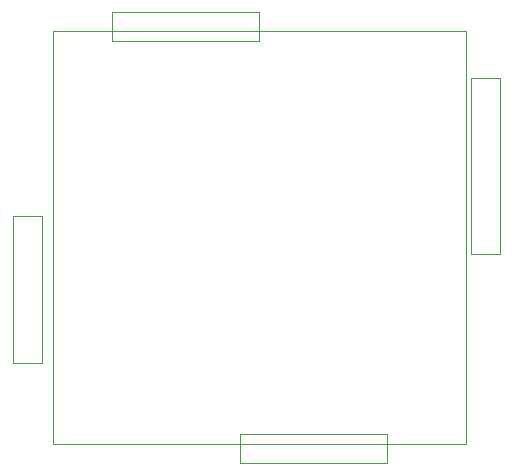
<source format=gbr>
%TF.GenerationSoftware,KiCad,Pcbnew,7.99.0-2677-g3cd60007c5*%
%TF.CreationDate,2023-11-18T11:29:50+03:00*%
%TF.ProjectId,Movita Pro V2_1,4d6f7669-7461-4205-9072-6f2056325f31,rev?*%
%TF.SameCoordinates,Original*%
%TF.FileFunction,Other,User*%
%FSLAX46Y46*%
G04 Gerber Fmt 4.6, Leading zero omitted, Abs format (unit mm)*
G04 Created by KiCad (PCBNEW 7.99.0-2677-g3cd60007c5) date 2023-11-18 11:29:50*
%MOMM*%
%LPD*%
G01*
G04 APERTURE LIST*
%ADD10C,0.100000*%
%ADD11C,0.050000*%
G04 APERTURE END LIST*
D10*
%TO.C,U1*%
X131296100Y-87523600D02*
X166296100Y-87523600D01*
X131296100Y-122523600D02*
X131296100Y-87523600D01*
X166296100Y-87523600D02*
X166296100Y-122523600D01*
X166296100Y-122523600D02*
X131296100Y-122523600D01*
D11*
%TO.C,J4*%
X166655846Y-91508600D02*
X166651100Y-106363600D01*
X169126100Y-106363600D02*
X166651100Y-106363600D01*
X169126100Y-106363600D02*
X169130846Y-91508600D01*
X169130846Y-91508600D02*
X166655846Y-91508600D01*
%TO.C,J1*%
X136311100Y-85878854D02*
X136311100Y-88353854D01*
X136311100Y-88353854D02*
X148711100Y-88353600D01*
X148711100Y-85878600D02*
X136311100Y-85878854D01*
X148711100Y-85878600D02*
X148711100Y-88353600D01*
%TO.C,J2*%
X127871100Y-103188600D02*
X127871354Y-115588600D01*
X127871100Y-103188600D02*
X130346100Y-103188600D01*
X127871354Y-115588600D02*
X130346354Y-115588600D01*
X130346354Y-115588600D02*
X130346100Y-103188600D01*
%TO.C,J3*%
X147171100Y-124128600D02*
X147171100Y-121653600D01*
X147171100Y-124128600D02*
X159571100Y-124128346D01*
X159571100Y-121653346D02*
X147171100Y-121653600D01*
X159571100Y-124128346D02*
X159571100Y-121653346D01*
%TD*%
M02*

</source>
